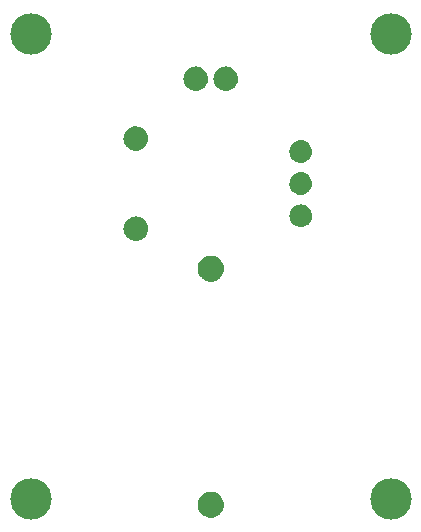
<source format=gbs>
G75*
%MOIN*%
%OFA0B0*%
%FSLAX25Y25*%
%IPPOS*%
%LPD*%
%AMOC8*
5,1,8,0,0,1.08239X$1,22.5*
%
%ADD10C,0.00500*%
%ADD11C,0.13800*%
%ADD12C,0.00600*%
D10*
X0068895Y0142571D02*
X0069368Y0142109D01*
X0069915Y0141736D01*
X0070517Y0141464D01*
X0071158Y0141300D01*
X0071818Y0141250D01*
X0072541Y0141331D01*
X0073234Y0141552D01*
X0073871Y0141903D01*
X0074427Y0142372D01*
X0074881Y0142940D01*
X0075215Y0143586D01*
X0075417Y0144285D01*
X0075478Y0145010D01*
X0075415Y0145731D01*
X0075213Y0146425D01*
X0074879Y0147067D01*
X0074426Y0147631D01*
X0073872Y0148096D01*
X0073238Y0148444D01*
X0072548Y0148662D01*
X0071828Y0148740D01*
X0071168Y0148692D01*
X0070527Y0148530D01*
X0069923Y0148259D01*
X0069376Y0147888D01*
X0068901Y0147427D01*
X0068514Y0146890D01*
X0068226Y0146295D01*
X0068045Y0145658D01*
X0067978Y0145000D01*
X0068043Y0144342D01*
X0068222Y0143705D01*
X0068509Y0143109D01*
X0068895Y0142571D01*
X0068807Y0142693D02*
X0074683Y0142693D01*
X0075011Y0143192D02*
X0068469Y0143192D01*
X0068229Y0143690D02*
X0075245Y0143690D01*
X0075389Y0144189D02*
X0068086Y0144189D01*
X0068009Y0144687D02*
X0075451Y0144687D01*
X0075463Y0145186D02*
X0067997Y0145186D01*
X0068053Y0145684D02*
X0075419Y0145684D01*
X0075284Y0146183D02*
X0068194Y0146183D01*
X0068413Y0146681D02*
X0075080Y0146681D01*
X0074788Y0147180D02*
X0068723Y0147180D01*
X0069161Y0147678D02*
X0074370Y0147678D01*
X0073725Y0148177D02*
X0069802Y0148177D01*
X0071103Y0148675D02*
X0072420Y0148675D01*
X0074217Y0142195D02*
X0069280Y0142195D01*
X0070003Y0141696D02*
X0073496Y0141696D01*
X0123342Y0148538D02*
X0123269Y0149200D01*
X0123330Y0149892D01*
X0123526Y0150558D01*
X0123848Y0151173D01*
X0124284Y0151713D01*
X0124817Y0152158D01*
X0125426Y0152490D01*
X0126089Y0152697D01*
X0126779Y0152770D01*
X0127459Y0152689D01*
X0128111Y0152476D01*
X0128708Y0152140D01*
X0129228Y0151694D01*
X0129651Y0151155D01*
X0129961Y0150543D01*
X0130146Y0149883D01*
X0130198Y0149200D01*
X0130120Y0148533D01*
X0129913Y0147894D01*
X0129585Y0147308D01*
X0129150Y0146797D01*
X0128622Y0146381D01*
X0128024Y0146075D01*
X0127378Y0145893D01*
X0126708Y0145840D01*
X0126044Y0145897D01*
X0125404Y0146083D01*
X0124812Y0146391D01*
X0124292Y0146808D01*
X0123863Y0147318D01*
X0123542Y0147902D01*
X0123342Y0148538D01*
X0123326Y0148675D02*
X0130137Y0148675D01*
X0130195Y0149174D02*
X0123271Y0149174D01*
X0123311Y0149672D02*
X0130162Y0149672D01*
X0130065Y0150171D02*
X0123413Y0150171D01*
X0123585Y0150670D02*
X0129897Y0150670D01*
X0129641Y0151168D02*
X0123846Y0151168D01*
X0124247Y0151667D02*
X0129249Y0151667D01*
X0128663Y0152165D02*
X0124830Y0152165D01*
X0125982Y0152664D02*
X0127536Y0152664D01*
X0127361Y0156619D02*
X0126688Y0156560D01*
X0126027Y0156620D01*
X0125391Y0156808D01*
X0124803Y0157116D01*
X0124287Y0157534D01*
X0123863Y0158044D01*
X0123546Y0158627D01*
X0123348Y0159260D01*
X0123279Y0159920D01*
X0123343Y0160608D01*
X0123541Y0161270D01*
X0123864Y0161881D01*
X0124300Y0162417D01*
X0124833Y0162858D01*
X0125441Y0163186D01*
X0126101Y0163390D01*
X0126789Y0163460D01*
X0127458Y0163383D01*
X0128099Y0163178D01*
X0128688Y0162851D01*
X0129202Y0162415D01*
X0129621Y0161888D01*
X0129928Y0161289D01*
X0130114Y0160641D01*
X0130169Y0159970D01*
X0130096Y0159298D01*
X0129893Y0158654D01*
X0129569Y0158061D01*
X0129135Y0157544D01*
X0128609Y0157120D01*
X0128010Y0156808D01*
X0127361Y0156619D01*
X0127473Y0156652D02*
X0125920Y0156652D01*
X0124762Y0157150D02*
X0128646Y0157150D01*
X0129223Y0157649D02*
X0124192Y0157649D01*
X0123806Y0158147D02*
X0129616Y0158147D01*
X0129889Y0158646D02*
X0123540Y0158646D01*
X0123385Y0159144D02*
X0130048Y0159144D01*
X0130133Y0159643D02*
X0123308Y0159643D01*
X0123300Y0160141D02*
X0130155Y0160141D01*
X0130114Y0160640D02*
X0123353Y0160640D01*
X0123502Y0161138D02*
X0129971Y0161138D01*
X0129749Y0161637D02*
X0123735Y0161637D01*
X0124071Y0162135D02*
X0129424Y0162135D01*
X0128944Y0162634D02*
X0124562Y0162634D01*
X0125341Y0163132D02*
X0128181Y0163132D01*
X0127331Y0167302D02*
X0126658Y0167250D01*
X0125999Y0167313D01*
X0125364Y0167503D01*
X0124779Y0167814D01*
X0124265Y0168233D01*
X0123843Y0168744D01*
X0123529Y0169327D01*
X0123335Y0169961D01*
X0123269Y0170620D01*
X0123329Y0171301D01*
X0123521Y0171956D01*
X0123836Y0172562D01*
X0124264Y0173094D01*
X0124788Y0173533D01*
X0125387Y0173861D01*
X0126039Y0174066D01*
X0126718Y0174140D01*
X0127397Y0174066D01*
X0128049Y0173862D01*
X0128649Y0173533D01*
X0129172Y0173095D01*
X0129601Y0172562D01*
X0129917Y0171957D01*
X0130108Y0171301D01*
X0130169Y0170620D01*
X0130089Y0169950D01*
X0129880Y0169309D01*
X0129550Y0168720D01*
X0129112Y0168208D01*
X0128582Y0167790D01*
X0127980Y0167484D01*
X0127331Y0167302D01*
X0128245Y0167619D02*
X0125145Y0167619D01*
X0124406Y0168117D02*
X0128997Y0168117D01*
X0129461Y0168616D02*
X0123949Y0168616D01*
X0123644Y0169114D02*
X0129771Y0169114D01*
X0129979Y0169613D02*
X0123442Y0169613D01*
X0123320Y0170111D02*
X0130108Y0170111D01*
X0130167Y0170610D02*
X0123270Y0170610D01*
X0123312Y0171108D02*
X0130125Y0171108D01*
X0130019Y0171607D02*
X0123418Y0171607D01*
X0123598Y0172105D02*
X0129839Y0172105D01*
X0129567Y0172604D02*
X0123870Y0172604D01*
X0124274Y0173103D02*
X0129163Y0173103D01*
X0128525Y0173601D02*
X0124912Y0173601D01*
X0126345Y0174100D02*
X0127092Y0174100D01*
X0104825Y0192856D02*
X0104360Y0192302D01*
X0103795Y0191849D01*
X0103154Y0191515D01*
X0102459Y0191313D01*
X0101738Y0191250D01*
X0101013Y0191312D01*
X0100315Y0191513D01*
X0099669Y0191848D01*
X0099100Y0192302D01*
X0098632Y0192858D01*
X0098280Y0193494D01*
X0098060Y0194187D01*
X0097979Y0194910D01*
X0098028Y0195570D01*
X0098192Y0196211D01*
X0098464Y0196814D01*
X0098837Y0197360D01*
X0099300Y0197834D01*
X0099837Y0198219D01*
X0100433Y0198506D01*
X0101070Y0198685D01*
X0101728Y0198750D01*
X0102387Y0198683D01*
X0103023Y0198503D01*
X0103619Y0198214D01*
X0104155Y0197827D01*
X0104616Y0197352D01*
X0104988Y0196805D01*
X0105258Y0196201D01*
X0105420Y0195560D01*
X0105469Y0194900D01*
X0105390Y0194181D01*
X0105172Y0193491D01*
X0104825Y0192856D01*
X0104927Y0193043D02*
X0098529Y0193043D01*
X0098265Y0193541D02*
X0105188Y0193541D01*
X0105346Y0194040D02*
X0098107Y0194040D01*
X0098020Y0194539D02*
X0105429Y0194539D01*
X0105459Y0195037D02*
X0097988Y0195037D01*
X0098026Y0195536D02*
X0105422Y0195536D01*
X0105301Y0196034D02*
X0098147Y0196034D01*
X0098337Y0196533D02*
X0105110Y0196533D01*
X0104834Y0197031D02*
X0098613Y0197031D01*
X0099003Y0197530D02*
X0104444Y0197530D01*
X0103877Y0198028D02*
X0099570Y0198028D01*
X0100506Y0198527D02*
X0102939Y0198527D01*
X0095258Y0196201D02*
X0095420Y0195560D01*
X0095469Y0194900D01*
X0095390Y0194181D01*
X0095172Y0193491D01*
X0094825Y0192856D01*
X0094360Y0192302D01*
X0093795Y0191849D01*
X0093154Y0191515D01*
X0092459Y0191313D01*
X0091738Y0191250D01*
X0091013Y0191312D01*
X0090315Y0191513D01*
X0089669Y0191848D01*
X0089100Y0192302D01*
X0088632Y0192858D01*
X0088280Y0193494D01*
X0088060Y0194187D01*
X0087979Y0194910D01*
X0088028Y0195570D01*
X0088192Y0196211D01*
X0088464Y0196814D01*
X0088837Y0197360D01*
X0089300Y0197834D01*
X0089837Y0198219D01*
X0090433Y0198506D01*
X0091070Y0198685D01*
X0091728Y0198750D01*
X0092387Y0198683D01*
X0093023Y0198503D01*
X0093619Y0198214D01*
X0094155Y0197827D01*
X0094616Y0197352D01*
X0094988Y0196805D01*
X0095258Y0196201D01*
X0095301Y0196034D02*
X0088147Y0196034D01*
X0088026Y0195536D02*
X0095422Y0195536D01*
X0095459Y0195037D02*
X0087988Y0195037D01*
X0088020Y0194539D02*
X0095429Y0194539D01*
X0095346Y0194040D02*
X0088107Y0194040D01*
X0088265Y0193541D02*
X0095188Y0193541D01*
X0094927Y0193043D02*
X0088529Y0193043D01*
X0088896Y0192544D02*
X0094563Y0192544D01*
X0094040Y0192046D02*
X0089420Y0192046D01*
X0090249Y0191547D02*
X0093215Y0191547D01*
X0095110Y0196533D02*
X0088337Y0196533D01*
X0088613Y0197031D02*
X0094834Y0197031D01*
X0094444Y0197530D02*
X0089003Y0197530D01*
X0089570Y0198028D02*
X0093877Y0198028D01*
X0092939Y0198527D02*
X0090506Y0198527D01*
X0098896Y0192544D02*
X0104563Y0192544D01*
X0104040Y0192046D02*
X0099420Y0192046D01*
X0100249Y0191547D02*
X0103215Y0191547D01*
X0074852Y0177091D02*
X0068607Y0177091D01*
X0068484Y0176920D02*
X0068871Y0177457D01*
X0069346Y0177918D01*
X0069893Y0178289D01*
X0070497Y0178560D01*
X0071139Y0178722D01*
X0071798Y0178770D01*
X0072518Y0178691D01*
X0073208Y0178474D01*
X0073842Y0178126D01*
X0074396Y0177661D01*
X0074849Y0177097D01*
X0075183Y0176455D01*
X0075385Y0175761D01*
X0075448Y0175040D01*
X0075387Y0174315D01*
X0075185Y0173616D01*
X0074851Y0172970D01*
X0074397Y0172402D01*
X0073841Y0171933D01*
X0073204Y0171582D01*
X0072511Y0171361D01*
X0071788Y0171280D01*
X0071129Y0171330D01*
X0070487Y0171494D01*
X0069885Y0171766D01*
X0069338Y0172139D01*
X0068865Y0172601D01*
X0068479Y0173138D01*
X0068192Y0173735D01*
X0068013Y0174372D01*
X0067948Y0175030D01*
X0068015Y0175688D01*
X0068196Y0176325D01*
X0068484Y0176920D01*
X0068325Y0176592D02*
X0075112Y0176592D01*
X0075288Y0176094D02*
X0068130Y0176094D01*
X0068006Y0175595D02*
X0075400Y0175595D01*
X0075443Y0175097D02*
X0067955Y0175097D01*
X0067991Y0174598D02*
X0075411Y0174598D01*
X0075325Y0174100D02*
X0068090Y0174100D01*
X0068257Y0173601D02*
X0075177Y0173601D01*
X0074919Y0173103D02*
X0068505Y0173103D01*
X0068863Y0172604D02*
X0074558Y0172604D01*
X0074045Y0172105D02*
X0069387Y0172105D01*
X0070237Y0171607D02*
X0073250Y0171607D01*
X0074454Y0177589D02*
X0069008Y0177589D01*
X0069596Y0178088D02*
X0073888Y0178088D01*
X0072852Y0178586D02*
X0070600Y0178586D01*
X0123456Y0148177D02*
X0130005Y0148177D01*
X0129793Y0147678D02*
X0123665Y0147678D01*
X0123979Y0147180D02*
X0129476Y0147180D01*
X0129004Y0146681D02*
X0124450Y0146681D01*
X0125212Y0146183D02*
X0128235Y0146183D01*
D11*
X0156728Y0210000D03*
X0036728Y0210000D03*
X0036728Y0055000D03*
X0156728Y0055000D03*
D12*
X0093688Y0050365D02*
X0093278Y0050950D01*
X0092976Y0051598D01*
X0092791Y0052288D01*
X0092728Y0053000D01*
X0092789Y0053695D01*
X0092970Y0054368D01*
X0093264Y0055000D01*
X0093664Y0055571D01*
X0094157Y0056064D01*
X0094728Y0056464D01*
X0095360Y0056759D01*
X0096034Y0056939D01*
X0096728Y0057000D01*
X0097423Y0056939D01*
X0098096Y0056759D01*
X0098728Y0056464D01*
X0099299Y0056064D01*
X0099793Y0055571D01*
X0100192Y0055000D01*
X0100487Y0054368D01*
X0100668Y0053695D01*
X0100728Y0053000D01*
X0100685Y0052304D01*
X0100521Y0051626D01*
X0100242Y0050987D01*
X0099857Y0050405D01*
X0099376Y0049900D01*
X0098815Y0049486D01*
X0098190Y0049175D01*
X0097521Y0048978D01*
X0096828Y0048900D01*
X0096116Y0048962D01*
X0095426Y0049147D01*
X0094778Y0049449D01*
X0094193Y0049859D01*
X0093688Y0050365D01*
X0093877Y0050175D02*
X0099637Y0050175D01*
X0100101Y0050773D02*
X0093401Y0050773D01*
X0093081Y0051372D02*
X0100410Y0051372D01*
X0100604Y0051970D02*
X0092876Y0051970D01*
X0092766Y0052569D02*
X0100701Y0052569D01*
X0100714Y0053167D02*
X0092743Y0053167D01*
X0092808Y0053766D02*
X0100648Y0053766D01*
X0100488Y0054364D02*
X0092969Y0054364D01*
X0093247Y0054963D02*
X0100210Y0054963D01*
X0099799Y0055561D02*
X0093657Y0055561D01*
X0094294Y0056160D02*
X0099163Y0056160D01*
X0098097Y0056758D02*
X0095359Y0056758D01*
X0094597Y0049576D02*
X0098937Y0049576D01*
X0097517Y0048978D02*
X0096059Y0048978D01*
X0096828Y0127600D02*
X0097521Y0127678D01*
X0098190Y0127875D01*
X0098815Y0128186D01*
X0099376Y0128600D01*
X0099857Y0129105D01*
X0100242Y0129687D01*
X0100521Y0130326D01*
X0100685Y0131004D01*
X0100728Y0131700D01*
X0100668Y0132395D01*
X0100487Y0133068D01*
X0100192Y0133700D01*
X0099793Y0134271D01*
X0099299Y0134764D01*
X0098728Y0135164D01*
X0098096Y0135459D01*
X0097423Y0135639D01*
X0096728Y0135700D01*
X0096034Y0135639D01*
X0095360Y0135459D01*
X0094728Y0135164D01*
X0094157Y0134764D01*
X0093664Y0134271D01*
X0093264Y0133700D01*
X0092970Y0133068D01*
X0092789Y0132395D01*
X0092728Y0131700D01*
X0092791Y0130988D01*
X0092976Y0130298D01*
X0093278Y0129650D01*
X0093688Y0129065D01*
X0094193Y0128559D01*
X0094778Y0128149D01*
X0095426Y0127847D01*
X0096116Y0127662D01*
X0096828Y0127600D01*
X0098403Y0127981D02*
X0095139Y0127981D01*
X0094172Y0128580D02*
X0099348Y0128580D01*
X0099905Y0129178D02*
X0093608Y0129178D01*
X0093219Y0129777D02*
X0100282Y0129777D01*
X0100533Y0130375D02*
X0092955Y0130375D01*
X0092794Y0130974D02*
X0100678Y0130974D01*
X0100720Y0131572D02*
X0092740Y0131572D01*
X0092770Y0132171D02*
X0100687Y0132171D01*
X0100567Y0132769D02*
X0092889Y0132769D01*
X0093109Y0133368D02*
X0100347Y0133368D01*
X0100006Y0133966D02*
X0093451Y0133966D01*
X0093958Y0134565D02*
X0099499Y0134565D01*
X0098729Y0135163D02*
X0094727Y0135163D01*
M02*

</source>
